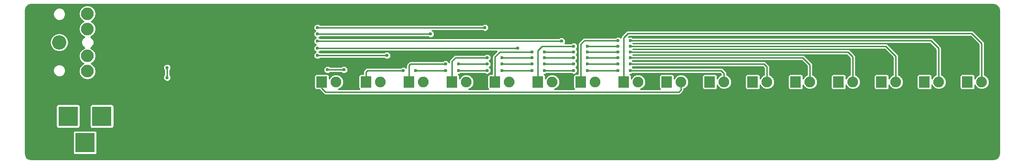
<source format=gbr>
G04 #@! TF.FileFunction,Copper,L2,Bot,Signal*
%FSLAX46Y46*%
G04 Gerber Fmt 4.6, Leading zero omitted, Abs format (unit mm)*
G04 Created by KiCad (PCBNEW 4.0.2-stable) date Sunday, September 18, 2016 'AMt' 08:39:15 AM*
%MOMM*%
G01*
G04 APERTURE LIST*
%ADD10C,0.100000*%
%ADD11R,3.500120X3.500120*%
%ADD12R,1.900000X2.000000*%
%ADD13C,1.900000*%
%ADD14O,2.540000X2.540000*%
%ADD15O,2.247900X2.247900*%
%ADD16C,0.600000*%
%ADD17C,0.250000*%
%ADD18C,0.254000*%
G04 APERTURE END LIST*
D10*
D11*
X47094140Y-118364000D03*
X41094660Y-118364000D03*
X44094400Y-123063000D03*
D12*
X86106000Y-112268000D03*
D13*
X88646000Y-112268000D03*
D12*
X147320000Y-112268000D03*
D13*
X149860000Y-112268000D03*
D12*
X93980000Y-112268000D03*
D13*
X96520000Y-112268000D03*
D12*
X154940000Y-112268000D03*
D13*
X157480000Y-112268000D03*
D12*
X101600000Y-112268000D03*
D13*
X104140000Y-112268000D03*
D12*
X162560000Y-112268000D03*
D13*
X165100000Y-112268000D03*
D12*
X109220000Y-112268000D03*
D13*
X111760000Y-112268000D03*
D12*
X170180000Y-112268000D03*
D13*
X172720000Y-112268000D03*
D12*
X116840000Y-112268000D03*
D13*
X119380000Y-112268000D03*
D12*
X177800000Y-112268000D03*
D13*
X180340000Y-112268000D03*
D12*
X124460000Y-112268000D03*
D13*
X127000000Y-112268000D03*
D12*
X185420000Y-112268000D03*
D13*
X187960000Y-112268000D03*
D12*
X132080000Y-112268000D03*
D13*
X134620000Y-112268000D03*
D12*
X193040000Y-112268000D03*
D13*
X195580000Y-112268000D03*
D12*
X139700000Y-112268000D03*
D13*
X142240000Y-112268000D03*
D12*
X200660000Y-112268000D03*
D13*
X203200000Y-112268000D03*
D14*
X39527480Y-105255060D03*
D15*
X44528740Y-102857300D03*
X44528740Y-107655360D03*
X44528740Y-110355380D03*
X44528740Y-100157280D03*
D16*
X144526000Y-101854000D03*
X136906000Y-101854000D03*
X129286000Y-101854000D03*
X121666000Y-101854000D03*
X114046000Y-101854000D03*
X106426000Y-101854000D03*
X98806000Y-101854000D03*
X90932000Y-101854000D03*
X54610000Y-122682000D03*
X55626000Y-103886000D03*
X60579000Y-103378000D03*
X69088000Y-101473000D03*
X60579000Y-114300000D03*
X77470000Y-119380000D03*
X72898000Y-118364000D03*
X100584000Y-110236000D03*
X102743000Y-110236000D03*
X108077000Y-110236000D03*
X110363000Y-110236000D03*
X115443000Y-110236000D03*
X118110000Y-110236000D03*
X123444000Y-110236000D03*
X125603000Y-110236000D03*
X130810000Y-110236000D03*
X133223000Y-110236000D03*
X138684000Y-110236000D03*
X140843000Y-110236000D03*
X108077000Y-109093000D03*
X110363000Y-109093000D03*
X115443000Y-109093000D03*
X118110000Y-109093000D03*
X123444000Y-109093000D03*
X125603000Y-109093000D03*
X130810000Y-109093000D03*
X133223000Y-109093000D03*
X138684000Y-109093000D03*
X140843000Y-109093000D03*
X115443000Y-107950000D03*
X118110000Y-107950000D03*
X123444000Y-107950000D03*
X125603000Y-107950000D03*
X130810000Y-107950000D03*
X133223000Y-107950000D03*
X138684000Y-107950000D03*
X140843000Y-107950000D03*
X123444000Y-106934000D03*
X125603000Y-106934000D03*
X130810000Y-106934000D03*
X133223000Y-106934000D03*
X138684000Y-106934000D03*
X140843000Y-106934000D03*
X130810000Y-105918000D03*
X133223000Y-105918000D03*
X138684000Y-105918000D03*
X140843000Y-105918000D03*
X138684000Y-104902000D03*
X140843000Y-104902000D03*
X90043000Y-110109000D03*
X87122000Y-110109000D03*
X85344000Y-107569000D03*
X97663000Y-107569000D03*
X85344000Y-103759000D03*
X105410000Y-103759000D03*
X85344000Y-102616000D03*
X115062000Y-102616000D03*
X85344000Y-106299000D03*
X120904000Y-106299000D03*
X85344000Y-105029000D03*
X128651000Y-105029000D03*
X58674000Y-111506000D03*
X58674000Y-109728000D03*
D17*
X149860000Y-112268000D02*
X149860000Y-113665000D01*
X86106000Y-113411000D02*
X86106000Y-112268000D01*
X86741000Y-114046000D02*
X86106000Y-113411000D01*
X149479000Y-114046000D02*
X86741000Y-114046000D01*
X149860000Y-113665000D02*
X149479000Y-114046000D01*
X157480000Y-112268000D02*
X157480000Y-110744000D01*
X93980000Y-110490000D02*
X93980000Y-112268000D01*
X94234000Y-110236000D02*
X93980000Y-110490000D01*
X100584000Y-110236000D02*
X94234000Y-110236000D01*
X108077000Y-110236000D02*
X102743000Y-110236000D01*
X115443000Y-110236000D02*
X110363000Y-110236000D01*
X123444000Y-110236000D02*
X118110000Y-110236000D01*
X130810000Y-110236000D02*
X125603000Y-110236000D01*
X138684000Y-110236000D02*
X133223000Y-110236000D01*
X156972000Y-110236000D02*
X140843000Y-110236000D01*
X157480000Y-110744000D02*
X156972000Y-110236000D01*
X165100000Y-112268000D02*
X165100000Y-109601000D01*
X101600000Y-109347000D02*
X101600000Y-112268000D01*
X101854000Y-109093000D02*
X101600000Y-109347000D01*
X102362000Y-109093000D02*
X101854000Y-109093000D01*
X108077000Y-109093000D02*
X102362000Y-109093000D01*
X115443000Y-109093000D02*
X110363000Y-109093000D01*
X123444000Y-109093000D02*
X118110000Y-109093000D01*
X130810000Y-109093000D02*
X125603000Y-109093000D01*
X138684000Y-109093000D02*
X133223000Y-109093000D01*
X164592000Y-109093000D02*
X140843000Y-109093000D01*
X165100000Y-109601000D02*
X164592000Y-109093000D01*
X172720000Y-112268000D02*
X172720000Y-109220000D01*
X109220000Y-108585000D02*
X109220000Y-112268000D01*
X109855000Y-107950000D02*
X109220000Y-108585000D01*
X115443000Y-107950000D02*
X109855000Y-107950000D01*
X123444000Y-107950000D02*
X118110000Y-107950000D01*
X130810000Y-107950000D02*
X125603000Y-107950000D01*
X138684000Y-107950000D02*
X133223000Y-107950000D01*
X171450000Y-107950000D02*
X140843000Y-107950000D01*
X172720000Y-109220000D02*
X171450000Y-107950000D01*
X180340000Y-112268000D02*
X180340000Y-107823000D01*
X116840000Y-107823000D02*
X116840000Y-112268000D01*
X117729000Y-106934000D02*
X116840000Y-107823000D01*
X123444000Y-106934000D02*
X117729000Y-106934000D01*
X130810000Y-106934000D02*
X125603000Y-106934000D01*
X138684000Y-106934000D02*
X133223000Y-106934000D01*
X179451000Y-106934000D02*
X140843000Y-106934000D01*
X180340000Y-107823000D02*
X179451000Y-106934000D01*
X187960000Y-112268000D02*
X187960000Y-107696000D01*
X124460000Y-106680000D02*
X124460000Y-112268000D01*
X125222000Y-105918000D02*
X124460000Y-106680000D01*
X130810000Y-105918000D02*
X125222000Y-105918000D01*
X138684000Y-105918000D02*
X133223000Y-105918000D01*
X186182000Y-105918000D02*
X140843000Y-105918000D01*
X187960000Y-107696000D02*
X186182000Y-105918000D01*
X195580000Y-112268000D02*
X195580000Y-106299000D01*
X132080000Y-105537000D02*
X132080000Y-112268000D01*
X132715000Y-104902000D02*
X132080000Y-105537000D01*
X133096000Y-104902000D02*
X132715000Y-104902000D01*
X138684000Y-104902000D02*
X133096000Y-104902000D01*
X194183000Y-104902000D02*
X140843000Y-104902000D01*
X195580000Y-106299000D02*
X194183000Y-104902000D01*
X203200000Y-112268000D02*
X203200000Y-105410000D01*
X139700000Y-104394000D02*
X139700000Y-112268000D01*
X140462000Y-103632000D02*
X139700000Y-104394000D01*
X201422000Y-103632000D02*
X140462000Y-103632000D01*
X203200000Y-105410000D02*
X201422000Y-103632000D01*
X87122000Y-110109000D02*
X90043000Y-110109000D01*
X85344000Y-107569000D02*
X97663000Y-107569000D01*
X85344000Y-103759000D02*
X90043000Y-103759000D01*
X90043000Y-103759000D02*
X105410000Y-103759000D01*
X113157000Y-102616000D02*
X115062000Y-102616000D01*
X85344000Y-102616000D02*
X113157000Y-102616000D01*
X85344000Y-106299000D02*
X120904000Y-106299000D01*
X85344000Y-105029000D02*
X128651000Y-105029000D01*
X58674000Y-109728000D02*
X58674000Y-111506000D01*
D18*
G36*
X205637288Y-98589550D02*
X205980873Y-98819127D01*
X206210449Y-99162712D01*
X206300000Y-99612912D01*
X206300000Y-124923088D01*
X206210449Y-125373288D01*
X205980873Y-125716873D01*
X205637288Y-125946450D01*
X205187088Y-126036000D01*
X34588912Y-126036000D01*
X34138712Y-125946449D01*
X33795127Y-125716873D01*
X33565550Y-125373288D01*
X33476000Y-124923088D01*
X33476000Y-121312940D01*
X41955876Y-121312940D01*
X41955876Y-124813060D01*
X41982443Y-124954250D01*
X42065886Y-125083925D01*
X42193206Y-125170919D01*
X42344340Y-125201524D01*
X45844460Y-125201524D01*
X45985650Y-125174957D01*
X46115325Y-125091514D01*
X46202319Y-124964194D01*
X46232924Y-124813060D01*
X46232924Y-121312940D01*
X46206357Y-121171750D01*
X46122914Y-121042075D01*
X45995594Y-120955081D01*
X45844460Y-120924476D01*
X42344340Y-120924476D01*
X42203150Y-120951043D01*
X42073475Y-121034486D01*
X41986481Y-121161806D01*
X41955876Y-121312940D01*
X33476000Y-121312940D01*
X33476000Y-116613940D01*
X38956136Y-116613940D01*
X38956136Y-120114060D01*
X38982703Y-120255250D01*
X39066146Y-120384925D01*
X39193466Y-120471919D01*
X39344600Y-120502524D01*
X42844720Y-120502524D01*
X42985910Y-120475957D01*
X43115585Y-120392514D01*
X43202579Y-120265194D01*
X43233184Y-120114060D01*
X43233184Y-116613940D01*
X44955616Y-116613940D01*
X44955616Y-120114060D01*
X44982183Y-120255250D01*
X45065626Y-120384925D01*
X45192946Y-120471919D01*
X45344080Y-120502524D01*
X48844200Y-120502524D01*
X48985390Y-120475957D01*
X49115065Y-120392514D01*
X49202059Y-120265194D01*
X49232664Y-120114060D01*
X49232664Y-116613940D01*
X49206097Y-116472750D01*
X49122654Y-116343075D01*
X48995334Y-116256081D01*
X48844200Y-116225476D01*
X45344080Y-116225476D01*
X45202890Y-116252043D01*
X45073215Y-116335486D01*
X44986221Y-116462806D01*
X44955616Y-116613940D01*
X43233184Y-116613940D01*
X43206617Y-116472750D01*
X43123174Y-116343075D01*
X42995854Y-116256081D01*
X42844720Y-116225476D01*
X39344600Y-116225476D01*
X39203410Y-116252043D01*
X39073735Y-116335486D01*
X38986741Y-116462806D01*
X38956136Y-116613940D01*
X33476000Y-116613940D01*
X33476000Y-110477624D01*
X38396984Y-110477624D01*
X38568699Y-110893207D01*
X38886380Y-111211443D01*
X39301663Y-111383883D01*
X39751324Y-111384276D01*
X40166907Y-111212561D01*
X40485143Y-110894880D01*
X40657583Y-110479597D01*
X40657976Y-110029936D01*
X40486261Y-109614353D01*
X40168580Y-109296117D01*
X39753297Y-109123677D01*
X39303636Y-109123284D01*
X38888053Y-109294999D01*
X38569817Y-109612680D01*
X38397377Y-110027963D01*
X38396984Y-110477624D01*
X33476000Y-110477624D01*
X33476000Y-105255060D01*
X37844135Y-105255060D01*
X37969810Y-105886870D01*
X38327702Y-106422493D01*
X38863325Y-106780385D01*
X39495135Y-106906060D01*
X39559825Y-106906060D01*
X40191635Y-106780385D01*
X40727258Y-106422493D01*
X41085150Y-105886870D01*
X41210825Y-105255060D01*
X41085150Y-104623250D01*
X40727258Y-104087627D01*
X40191635Y-103729735D01*
X39559825Y-103604060D01*
X39495135Y-103604060D01*
X38863325Y-103729735D01*
X38327702Y-104087627D01*
X37969810Y-104623250D01*
X37844135Y-105255060D01*
X33476000Y-105255060D01*
X33476000Y-100480184D01*
X38396984Y-100480184D01*
X38568699Y-100895767D01*
X38886380Y-101214003D01*
X39301663Y-101386443D01*
X39751324Y-101386836D01*
X40166907Y-101215121D01*
X40485143Y-100897440D01*
X40657583Y-100482157D01*
X40657866Y-100157280D01*
X42994306Y-100157280D01*
X43108863Y-100733199D01*
X43435096Y-101221440D01*
X43862900Y-101507290D01*
X43435096Y-101793140D01*
X43108863Y-102281381D01*
X42994306Y-102857300D01*
X43108863Y-103433219D01*
X43435096Y-103921460D01*
X43923337Y-104247693D01*
X43979745Y-104258913D01*
X43889313Y-104296279D01*
X43571077Y-104613960D01*
X43398637Y-105029243D01*
X43398244Y-105478904D01*
X43569959Y-105894487D01*
X43887640Y-106212723D01*
X43984269Y-106252847D01*
X43923337Y-106264967D01*
X43435096Y-106591200D01*
X43108863Y-107079441D01*
X42994306Y-107655360D01*
X43108863Y-108231279D01*
X43435096Y-108719520D01*
X43862900Y-109005370D01*
X43435096Y-109291220D01*
X43108863Y-109779461D01*
X42994306Y-110355380D01*
X43108863Y-110931299D01*
X43435096Y-111419540D01*
X43923337Y-111745773D01*
X44499256Y-111860330D01*
X44558224Y-111860330D01*
X45134143Y-111745773D01*
X45622384Y-111419540D01*
X45948617Y-110931299D01*
X46063174Y-110355380D01*
X45965208Y-109862865D01*
X57992882Y-109862865D01*
X58096339Y-110113252D01*
X58168000Y-110185038D01*
X58168000Y-111048877D01*
X58097013Y-111119741D01*
X57993118Y-111369946D01*
X57992882Y-111640865D01*
X58096339Y-111891252D01*
X58287741Y-112082987D01*
X58537946Y-112186882D01*
X58808865Y-112187118D01*
X59059252Y-112083661D01*
X59250987Y-111892259D01*
X59354882Y-111642054D01*
X59355118Y-111371135D01*
X59251661Y-111120748D01*
X59180000Y-111048962D01*
X59180000Y-110243865D01*
X86440882Y-110243865D01*
X86544339Y-110494252D01*
X86735741Y-110685987D01*
X86985946Y-110789882D01*
X87256865Y-110790118D01*
X87507252Y-110686661D01*
X87579038Y-110615000D01*
X89585877Y-110615000D01*
X89656741Y-110685987D01*
X89906946Y-110789882D01*
X90177865Y-110790118D01*
X90428252Y-110686661D01*
X90619987Y-110495259D01*
X90723882Y-110245054D01*
X90724118Y-109974135D01*
X90620661Y-109723748D01*
X90429259Y-109532013D01*
X90179054Y-109428118D01*
X89908135Y-109427882D01*
X89657748Y-109531339D01*
X89585962Y-109603000D01*
X87579123Y-109603000D01*
X87508259Y-109532013D01*
X87258054Y-109428118D01*
X86987135Y-109427882D01*
X86736748Y-109531339D01*
X86545013Y-109722741D01*
X86441118Y-109972946D01*
X86440882Y-110243865D01*
X59180000Y-110243865D01*
X59180000Y-110185123D01*
X59250987Y-110114259D01*
X59354882Y-109864054D01*
X59355118Y-109593135D01*
X59251661Y-109342748D01*
X59060259Y-109151013D01*
X58810054Y-109047118D01*
X58539135Y-109046882D01*
X58288748Y-109150339D01*
X58097013Y-109341741D01*
X57993118Y-109591946D01*
X57992882Y-109862865D01*
X45965208Y-109862865D01*
X45948617Y-109779461D01*
X45622384Y-109291220D01*
X45194580Y-109005370D01*
X45622384Y-108719520D01*
X45948617Y-108231279D01*
X46063174Y-107655360D01*
X45948617Y-107079441D01*
X45622384Y-106591200D01*
X45134143Y-106264967D01*
X45073585Y-106252921D01*
X45168167Y-106213841D01*
X45486403Y-105896160D01*
X45658843Y-105480877D01*
X45659236Y-105031216D01*
X45487521Y-104615633D01*
X45169840Y-104297397D01*
X45077347Y-104258990D01*
X45134143Y-104247693D01*
X45622384Y-103921460D01*
X45948617Y-103433219D01*
X46063174Y-102857300D01*
X46042003Y-102750865D01*
X84662882Y-102750865D01*
X84766339Y-103001252D01*
X84952420Y-103187656D01*
X84767013Y-103372741D01*
X84663118Y-103622946D01*
X84662882Y-103893865D01*
X84766339Y-104144252D01*
X84957741Y-104335987D01*
X85097485Y-104394014D01*
X84958748Y-104451339D01*
X84767013Y-104642741D01*
X84663118Y-104892946D01*
X84662882Y-105163865D01*
X84766339Y-105414252D01*
X84957741Y-105605987D01*
X85097485Y-105664014D01*
X84958748Y-105721339D01*
X84767013Y-105912741D01*
X84663118Y-106162946D01*
X84662882Y-106433865D01*
X84766339Y-106684252D01*
X84957741Y-106875987D01*
X85097485Y-106934014D01*
X84958748Y-106991339D01*
X84767013Y-107182741D01*
X84663118Y-107432946D01*
X84662882Y-107703865D01*
X84766339Y-107954252D01*
X84957741Y-108145987D01*
X85207946Y-108249882D01*
X85478865Y-108250118D01*
X85729252Y-108146661D01*
X85801038Y-108075000D01*
X97205877Y-108075000D01*
X97276741Y-108145987D01*
X97526946Y-108249882D01*
X97797865Y-108250118D01*
X98048252Y-108146661D01*
X98239987Y-107955259D01*
X98343882Y-107705054D01*
X98344118Y-107434135D01*
X98240661Y-107183748D01*
X98049259Y-106992013D01*
X97799054Y-106888118D01*
X97528135Y-106887882D01*
X97277748Y-106991339D01*
X97205962Y-107063000D01*
X85801123Y-107063000D01*
X85730259Y-106992013D01*
X85590515Y-106933986D01*
X85729252Y-106876661D01*
X85801038Y-106805000D01*
X117142408Y-106805000D01*
X116482204Y-107465204D01*
X116372517Y-107629362D01*
X116334000Y-107823000D01*
X116334000Y-110879536D01*
X115890000Y-110879536D01*
X115748810Y-110906103D01*
X115619135Y-110989546D01*
X115532141Y-111116866D01*
X115501536Y-111268000D01*
X115501536Y-113268000D01*
X115528103Y-113409190D01*
X115611546Y-113538865D01*
X115613207Y-113540000D01*
X112166941Y-113540000D01*
X112512966Y-113397025D01*
X112887709Y-113022935D01*
X113090769Y-112533914D01*
X113091231Y-112004409D01*
X112889025Y-111515034D01*
X112514935Y-111140291D01*
X112025914Y-110937231D01*
X111496409Y-110936769D01*
X111007034Y-111138975D01*
X110632291Y-111513065D01*
X110558464Y-111690860D01*
X110558464Y-111268000D01*
X110531897Y-111126810D01*
X110448454Y-110997135D01*
X110331133Y-110916973D01*
X110497865Y-110917118D01*
X110748252Y-110813661D01*
X110820038Y-110742000D01*
X114985877Y-110742000D01*
X115056741Y-110812987D01*
X115306946Y-110916882D01*
X115577865Y-110917118D01*
X115828252Y-110813661D01*
X116019987Y-110622259D01*
X116123882Y-110372054D01*
X116124118Y-110101135D01*
X116020661Y-109850748D01*
X115834580Y-109664344D01*
X116019987Y-109479259D01*
X116123882Y-109229054D01*
X116124118Y-108958135D01*
X116020661Y-108707748D01*
X115834580Y-108521344D01*
X116019987Y-108336259D01*
X116123882Y-108086054D01*
X116124118Y-107815135D01*
X116020661Y-107564748D01*
X115829259Y-107373013D01*
X115579054Y-107269118D01*
X115308135Y-107268882D01*
X115057748Y-107372339D01*
X114985962Y-107444000D01*
X109855000Y-107444000D01*
X109661362Y-107482517D01*
X109539802Y-107563741D01*
X109497204Y-107592204D01*
X108862204Y-108227204D01*
X108752517Y-108391362D01*
X108714000Y-108585000D01*
X108714000Y-108851360D01*
X108654661Y-108707748D01*
X108463259Y-108516013D01*
X108213054Y-108412118D01*
X107942135Y-108411882D01*
X107691748Y-108515339D01*
X107619962Y-108587000D01*
X101854000Y-108587000D01*
X101660362Y-108625517D01*
X101496204Y-108735204D01*
X101242204Y-108989204D01*
X101132517Y-109153362D01*
X101094000Y-109347000D01*
X101094000Y-109782969D01*
X100970259Y-109659013D01*
X100720054Y-109555118D01*
X100449135Y-109554882D01*
X100198748Y-109658339D01*
X100126962Y-109730000D01*
X94234000Y-109730000D01*
X94040362Y-109768517D01*
X93876204Y-109878204D01*
X93622204Y-110132204D01*
X93512517Y-110296362D01*
X93474000Y-110490000D01*
X93474000Y-110879536D01*
X93030000Y-110879536D01*
X92888810Y-110906103D01*
X92759135Y-110989546D01*
X92672141Y-111116866D01*
X92641536Y-111268000D01*
X92641536Y-113268000D01*
X92668103Y-113409190D01*
X92751546Y-113538865D01*
X92753207Y-113540000D01*
X89052941Y-113540000D01*
X89398966Y-113397025D01*
X89773709Y-113022935D01*
X89976769Y-112533914D01*
X89977231Y-112004409D01*
X89775025Y-111515034D01*
X89400935Y-111140291D01*
X88911914Y-110937231D01*
X88382409Y-110936769D01*
X87893034Y-111138975D01*
X87518291Y-111513065D01*
X87444464Y-111690860D01*
X87444464Y-111268000D01*
X87417897Y-111126810D01*
X87334454Y-110997135D01*
X87207134Y-110910141D01*
X87056000Y-110879536D01*
X85156000Y-110879536D01*
X85014810Y-110906103D01*
X84885135Y-110989546D01*
X84798141Y-111116866D01*
X84767536Y-111268000D01*
X84767536Y-113268000D01*
X84794103Y-113409190D01*
X84877546Y-113538865D01*
X85004866Y-113625859D01*
X85156000Y-113656464D01*
X85673146Y-113656464D01*
X85748204Y-113768796D01*
X86383204Y-114403796D01*
X86547362Y-114513483D01*
X86741000Y-114552000D01*
X149479000Y-114552000D01*
X149672638Y-114513483D01*
X149836796Y-114403796D01*
X150217796Y-114022796D01*
X150327483Y-113858638D01*
X150366000Y-113665000D01*
X150366000Y-113499069D01*
X150612966Y-113397025D01*
X150987709Y-113022935D01*
X151190769Y-112533914D01*
X151191231Y-112004409D01*
X150989025Y-111515034D01*
X150614935Y-111140291D01*
X150125914Y-110937231D01*
X149596409Y-110936769D01*
X149107034Y-111138975D01*
X148732291Y-111513065D01*
X148658464Y-111690860D01*
X148658464Y-111268000D01*
X148631897Y-111126810D01*
X148548454Y-110997135D01*
X148421134Y-110910141D01*
X148270000Y-110879536D01*
X146370000Y-110879536D01*
X146228810Y-110906103D01*
X146099135Y-110989546D01*
X146012141Y-111116866D01*
X145981536Y-111268000D01*
X145981536Y-113268000D01*
X146008103Y-113409190D01*
X146091546Y-113538865D01*
X146093207Y-113540000D01*
X142646941Y-113540000D01*
X142992966Y-113397025D01*
X143367709Y-113022935D01*
X143570769Y-112533914D01*
X143571231Y-112004409D01*
X143369025Y-111515034D01*
X142994935Y-111140291D01*
X142505914Y-110937231D01*
X141976409Y-110936769D01*
X141487034Y-111138975D01*
X141112291Y-111513065D01*
X141038464Y-111690860D01*
X141038464Y-111268000D01*
X141011897Y-111126810D01*
X140928454Y-110997135D01*
X140811133Y-110916973D01*
X140977865Y-110917118D01*
X141228252Y-110813661D01*
X141300038Y-110742000D01*
X156762408Y-110742000D01*
X156974000Y-110953592D01*
X156974000Y-111036931D01*
X156727034Y-111138975D01*
X156352291Y-111513065D01*
X156278464Y-111690860D01*
X156278464Y-111268000D01*
X156251897Y-111126810D01*
X156168454Y-110997135D01*
X156041134Y-110910141D01*
X155890000Y-110879536D01*
X153990000Y-110879536D01*
X153848810Y-110906103D01*
X153719135Y-110989546D01*
X153632141Y-111116866D01*
X153601536Y-111268000D01*
X153601536Y-113268000D01*
X153628103Y-113409190D01*
X153711546Y-113538865D01*
X153838866Y-113625859D01*
X153990000Y-113656464D01*
X155890000Y-113656464D01*
X156031190Y-113629897D01*
X156160865Y-113546454D01*
X156247859Y-113419134D01*
X156278464Y-113268000D01*
X156278464Y-112845476D01*
X156350975Y-113020966D01*
X156725065Y-113395709D01*
X157214086Y-113598769D01*
X157743591Y-113599231D01*
X158232966Y-113397025D01*
X158607709Y-113022935D01*
X158810769Y-112533914D01*
X158811231Y-112004409D01*
X158609025Y-111515034D01*
X158234935Y-111140291D01*
X157986000Y-111036924D01*
X157986000Y-110744000D01*
X157947483Y-110550362D01*
X157837796Y-110386204D01*
X157329796Y-109878204D01*
X157165638Y-109768517D01*
X156972000Y-109730000D01*
X141300123Y-109730000D01*
X141234580Y-109664344D01*
X141300038Y-109599000D01*
X164382408Y-109599000D01*
X164594000Y-109810592D01*
X164594000Y-111036931D01*
X164347034Y-111138975D01*
X163972291Y-111513065D01*
X163898464Y-111690860D01*
X163898464Y-111268000D01*
X163871897Y-111126810D01*
X163788454Y-110997135D01*
X163661134Y-110910141D01*
X163510000Y-110879536D01*
X161610000Y-110879536D01*
X161468810Y-110906103D01*
X161339135Y-110989546D01*
X161252141Y-111116866D01*
X161221536Y-111268000D01*
X161221536Y-113268000D01*
X161248103Y-113409190D01*
X161331546Y-113538865D01*
X161458866Y-113625859D01*
X161610000Y-113656464D01*
X163510000Y-113656464D01*
X163651190Y-113629897D01*
X163780865Y-113546454D01*
X163867859Y-113419134D01*
X163898464Y-113268000D01*
X163898464Y-112845476D01*
X163970975Y-113020966D01*
X164345065Y-113395709D01*
X164834086Y-113598769D01*
X165363591Y-113599231D01*
X165852966Y-113397025D01*
X166227709Y-113022935D01*
X166430769Y-112533914D01*
X166431231Y-112004409D01*
X166229025Y-111515034D01*
X165854935Y-111140291D01*
X165606000Y-111036924D01*
X165606000Y-109601000D01*
X165567483Y-109407362D01*
X165457796Y-109243204D01*
X164949796Y-108735204D01*
X164785638Y-108625517D01*
X164592000Y-108587000D01*
X141300123Y-108587000D01*
X141234580Y-108521344D01*
X141300038Y-108456000D01*
X171240408Y-108456000D01*
X172214000Y-109429592D01*
X172214000Y-111036931D01*
X171967034Y-111138975D01*
X171592291Y-111513065D01*
X171518464Y-111690860D01*
X171518464Y-111268000D01*
X171491897Y-111126810D01*
X171408454Y-110997135D01*
X171281134Y-110910141D01*
X171130000Y-110879536D01*
X169230000Y-110879536D01*
X169088810Y-110906103D01*
X168959135Y-110989546D01*
X168872141Y-111116866D01*
X168841536Y-111268000D01*
X168841536Y-113268000D01*
X168868103Y-113409190D01*
X168951546Y-113538865D01*
X169078866Y-113625859D01*
X169230000Y-113656464D01*
X171130000Y-113656464D01*
X171271190Y-113629897D01*
X171400865Y-113546454D01*
X171487859Y-113419134D01*
X171518464Y-113268000D01*
X171518464Y-112845476D01*
X171590975Y-113020966D01*
X171965065Y-113395709D01*
X172454086Y-113598769D01*
X172983591Y-113599231D01*
X173472966Y-113397025D01*
X173847709Y-113022935D01*
X174050769Y-112533914D01*
X174051231Y-112004409D01*
X173849025Y-111515034D01*
X173474935Y-111140291D01*
X173226000Y-111036924D01*
X173226000Y-109220000D01*
X173187483Y-109026362D01*
X173077796Y-108862204D01*
X171807796Y-107592204D01*
X171643638Y-107482517D01*
X171450000Y-107444000D01*
X141300123Y-107444000D01*
X141298080Y-107441954D01*
X141300038Y-107440000D01*
X179241408Y-107440000D01*
X179834000Y-108032592D01*
X179834000Y-111036931D01*
X179587034Y-111138975D01*
X179212291Y-111513065D01*
X179138464Y-111690860D01*
X179138464Y-111268000D01*
X179111897Y-111126810D01*
X179028454Y-110997135D01*
X178901134Y-110910141D01*
X178750000Y-110879536D01*
X176850000Y-110879536D01*
X176708810Y-110906103D01*
X176579135Y-110989546D01*
X176492141Y-111116866D01*
X176461536Y-111268000D01*
X176461536Y-113268000D01*
X176488103Y-113409190D01*
X176571546Y-113538865D01*
X176698866Y-113625859D01*
X176850000Y-113656464D01*
X178750000Y-113656464D01*
X178891190Y-113629897D01*
X179020865Y-113546454D01*
X179107859Y-113419134D01*
X179138464Y-113268000D01*
X179138464Y-112845476D01*
X179210975Y-113020966D01*
X179585065Y-113395709D01*
X180074086Y-113598769D01*
X180603591Y-113599231D01*
X181092966Y-113397025D01*
X181467709Y-113022935D01*
X181670769Y-112533914D01*
X181671231Y-112004409D01*
X181469025Y-111515034D01*
X181094935Y-111140291D01*
X180846000Y-111036924D01*
X180846000Y-107823000D01*
X180807483Y-107629362D01*
X180697796Y-107465204D01*
X179808796Y-106576204D01*
X179644638Y-106466517D01*
X179451000Y-106428000D01*
X141300123Y-106428000D01*
X141298080Y-106425954D01*
X141300038Y-106424000D01*
X185972408Y-106424000D01*
X187454000Y-107905592D01*
X187454000Y-111036931D01*
X187207034Y-111138975D01*
X186832291Y-111513065D01*
X186758464Y-111690860D01*
X186758464Y-111268000D01*
X186731897Y-111126810D01*
X186648454Y-110997135D01*
X186521134Y-110910141D01*
X186370000Y-110879536D01*
X184470000Y-110879536D01*
X184328810Y-110906103D01*
X184199135Y-110989546D01*
X184112141Y-111116866D01*
X184081536Y-111268000D01*
X184081536Y-113268000D01*
X184108103Y-113409190D01*
X184191546Y-113538865D01*
X184318866Y-113625859D01*
X184470000Y-113656464D01*
X186370000Y-113656464D01*
X186511190Y-113629897D01*
X186640865Y-113546454D01*
X186727859Y-113419134D01*
X186758464Y-113268000D01*
X186758464Y-112845476D01*
X186830975Y-113020966D01*
X187205065Y-113395709D01*
X187694086Y-113598769D01*
X188223591Y-113599231D01*
X188712966Y-113397025D01*
X189087709Y-113022935D01*
X189290769Y-112533914D01*
X189291231Y-112004409D01*
X189089025Y-111515034D01*
X188714935Y-111140291D01*
X188466000Y-111036924D01*
X188466000Y-107696000D01*
X188427483Y-107502362D01*
X188317796Y-107338204D01*
X186539796Y-105560204D01*
X186375638Y-105450517D01*
X186182000Y-105412000D01*
X141300123Y-105412000D01*
X141298080Y-105409954D01*
X141300038Y-105408000D01*
X193973408Y-105408000D01*
X195074000Y-106508592D01*
X195074000Y-111036931D01*
X194827034Y-111138975D01*
X194452291Y-111513065D01*
X194378464Y-111690860D01*
X194378464Y-111268000D01*
X194351897Y-111126810D01*
X194268454Y-110997135D01*
X194141134Y-110910141D01*
X193990000Y-110879536D01*
X192090000Y-110879536D01*
X191948810Y-110906103D01*
X191819135Y-110989546D01*
X191732141Y-111116866D01*
X191701536Y-111268000D01*
X191701536Y-113268000D01*
X191728103Y-113409190D01*
X191811546Y-113538865D01*
X191938866Y-113625859D01*
X192090000Y-113656464D01*
X193990000Y-113656464D01*
X194131190Y-113629897D01*
X194260865Y-113546454D01*
X194347859Y-113419134D01*
X194378464Y-113268000D01*
X194378464Y-112845476D01*
X194450975Y-113020966D01*
X194825065Y-113395709D01*
X195314086Y-113598769D01*
X195843591Y-113599231D01*
X196332966Y-113397025D01*
X196707709Y-113022935D01*
X196910769Y-112533914D01*
X196911231Y-112004409D01*
X196709025Y-111515034D01*
X196334935Y-111140291D01*
X196086000Y-111036924D01*
X196086000Y-106299000D01*
X196047483Y-106105362D01*
X195937796Y-105941204D01*
X194540796Y-104544204D01*
X194376638Y-104434517D01*
X194183000Y-104396000D01*
X141300123Y-104396000D01*
X141229259Y-104325013D01*
X140979054Y-104221118D01*
X140708135Y-104220882D01*
X140504620Y-104304972D01*
X140671592Y-104138000D01*
X201212408Y-104138000D01*
X202694000Y-105619592D01*
X202694000Y-111036931D01*
X202447034Y-111138975D01*
X202072291Y-111513065D01*
X201998464Y-111690860D01*
X201998464Y-111268000D01*
X201971897Y-111126810D01*
X201888454Y-110997135D01*
X201761134Y-110910141D01*
X201610000Y-110879536D01*
X199710000Y-110879536D01*
X199568810Y-110906103D01*
X199439135Y-110989546D01*
X199352141Y-111116866D01*
X199321536Y-111268000D01*
X199321536Y-113268000D01*
X199348103Y-113409190D01*
X199431546Y-113538865D01*
X199558866Y-113625859D01*
X199710000Y-113656464D01*
X201610000Y-113656464D01*
X201751190Y-113629897D01*
X201880865Y-113546454D01*
X201967859Y-113419134D01*
X201998464Y-113268000D01*
X201998464Y-112845476D01*
X202070975Y-113020966D01*
X202445065Y-113395709D01*
X202934086Y-113598769D01*
X203463591Y-113599231D01*
X203952966Y-113397025D01*
X204327709Y-113022935D01*
X204530769Y-112533914D01*
X204531231Y-112004409D01*
X204329025Y-111515034D01*
X203954935Y-111140291D01*
X203706000Y-111036924D01*
X203706000Y-105410000D01*
X203667483Y-105216362D01*
X203557796Y-105052204D01*
X201779796Y-103274204D01*
X201615638Y-103164517D01*
X201422000Y-103126000D01*
X140462000Y-103126000D01*
X140268362Y-103164517D01*
X140135938Y-103253000D01*
X140104204Y-103274204D01*
X139342204Y-104036204D01*
X139232517Y-104200362D01*
X139194000Y-104394000D01*
X139194000Y-104448969D01*
X139070259Y-104325013D01*
X138820054Y-104221118D01*
X138549135Y-104220882D01*
X138298748Y-104324339D01*
X138226962Y-104396000D01*
X132715000Y-104396000D01*
X132521362Y-104434517D01*
X132399802Y-104515741D01*
X132357204Y-104544204D01*
X131722204Y-105179204D01*
X131612517Y-105343362D01*
X131574000Y-105537000D01*
X131574000Y-110879536D01*
X131130000Y-110879536D01*
X130988810Y-110906103D01*
X130859135Y-110989546D01*
X130772141Y-111116866D01*
X130741536Y-111268000D01*
X130741536Y-113268000D01*
X130768103Y-113409190D01*
X130851546Y-113538865D01*
X130853207Y-113540000D01*
X127406941Y-113540000D01*
X127752966Y-113397025D01*
X128127709Y-113022935D01*
X128330769Y-112533914D01*
X128331231Y-112004409D01*
X128129025Y-111515034D01*
X127754935Y-111140291D01*
X127265914Y-110937231D01*
X126736409Y-110936769D01*
X126247034Y-111138975D01*
X125872291Y-111513065D01*
X125798464Y-111690860D01*
X125798464Y-111268000D01*
X125771897Y-111126810D01*
X125688454Y-110997135D01*
X125571133Y-110916973D01*
X125737865Y-110917118D01*
X125988252Y-110813661D01*
X126060038Y-110742000D01*
X130352877Y-110742000D01*
X130423741Y-110812987D01*
X130673946Y-110916882D01*
X130944865Y-110917118D01*
X131195252Y-110813661D01*
X131386987Y-110622259D01*
X131490882Y-110372054D01*
X131491118Y-110101135D01*
X131387661Y-109850748D01*
X131201580Y-109664344D01*
X131386987Y-109479259D01*
X131490882Y-109229054D01*
X131491118Y-108958135D01*
X131387661Y-108707748D01*
X131201580Y-108521344D01*
X131386987Y-108336259D01*
X131490882Y-108086054D01*
X131491118Y-107815135D01*
X131387661Y-107564748D01*
X131265080Y-107441954D01*
X131386987Y-107320259D01*
X131490882Y-107070054D01*
X131491118Y-106799135D01*
X131387661Y-106548748D01*
X131265080Y-106425954D01*
X131386987Y-106304259D01*
X131490882Y-106054054D01*
X131491118Y-105783135D01*
X131387661Y-105532748D01*
X131196259Y-105341013D01*
X130946054Y-105237118D01*
X130675135Y-105236882D01*
X130424748Y-105340339D01*
X130352962Y-105412000D01*
X129229340Y-105412000D01*
X129331882Y-105165054D01*
X129332118Y-104894135D01*
X129228661Y-104643748D01*
X129037259Y-104452013D01*
X128787054Y-104348118D01*
X128516135Y-104347882D01*
X128265748Y-104451339D01*
X128193962Y-104523000D01*
X85801123Y-104523000D01*
X85730259Y-104452013D01*
X85590515Y-104393986D01*
X85729252Y-104336661D01*
X85801038Y-104265000D01*
X104952877Y-104265000D01*
X105023741Y-104335987D01*
X105273946Y-104439882D01*
X105544865Y-104440118D01*
X105795252Y-104336661D01*
X105986987Y-104145259D01*
X106090882Y-103895054D01*
X106091118Y-103624135D01*
X105987661Y-103373748D01*
X105796259Y-103182013D01*
X105651733Y-103122000D01*
X114604877Y-103122000D01*
X114675741Y-103192987D01*
X114925946Y-103296882D01*
X115196865Y-103297118D01*
X115447252Y-103193661D01*
X115638987Y-103002259D01*
X115742882Y-102752054D01*
X115743118Y-102481135D01*
X115639661Y-102230748D01*
X115448259Y-102039013D01*
X115198054Y-101935118D01*
X114927135Y-101934882D01*
X114676748Y-102038339D01*
X114604962Y-102110000D01*
X85801123Y-102110000D01*
X85730259Y-102039013D01*
X85480054Y-101935118D01*
X85209135Y-101934882D01*
X84958748Y-102038339D01*
X84767013Y-102229741D01*
X84663118Y-102479946D01*
X84662882Y-102750865D01*
X46042003Y-102750865D01*
X45948617Y-102281381D01*
X45622384Y-101793140D01*
X45194580Y-101507290D01*
X45622384Y-101221440D01*
X45948617Y-100733199D01*
X46063174Y-100157280D01*
X45948617Y-99581361D01*
X45622384Y-99093120D01*
X45134143Y-98766887D01*
X44558224Y-98652330D01*
X44499256Y-98652330D01*
X43923337Y-98766887D01*
X43435096Y-99093120D01*
X43108863Y-99581361D01*
X42994306Y-100157280D01*
X40657866Y-100157280D01*
X40657976Y-100032496D01*
X40486261Y-99616913D01*
X40168580Y-99298677D01*
X39753297Y-99126237D01*
X39303636Y-99125844D01*
X38888053Y-99297559D01*
X38569817Y-99615240D01*
X38397377Y-100030523D01*
X38396984Y-100480184D01*
X33476000Y-100480184D01*
X33476000Y-99612912D01*
X33565550Y-99162712D01*
X33795127Y-98819127D01*
X34138712Y-98589551D01*
X34588912Y-98500000D01*
X205187088Y-98500000D01*
X205637288Y-98589550D01*
X205637288Y-98589550D01*
G37*
X205637288Y-98589550D02*
X205980873Y-98819127D01*
X206210449Y-99162712D01*
X206300000Y-99612912D01*
X206300000Y-124923088D01*
X206210449Y-125373288D01*
X205980873Y-125716873D01*
X205637288Y-125946450D01*
X205187088Y-126036000D01*
X34588912Y-126036000D01*
X34138712Y-125946449D01*
X33795127Y-125716873D01*
X33565550Y-125373288D01*
X33476000Y-124923088D01*
X33476000Y-121312940D01*
X41955876Y-121312940D01*
X41955876Y-124813060D01*
X41982443Y-124954250D01*
X42065886Y-125083925D01*
X42193206Y-125170919D01*
X42344340Y-125201524D01*
X45844460Y-125201524D01*
X45985650Y-125174957D01*
X46115325Y-125091514D01*
X46202319Y-124964194D01*
X46232924Y-124813060D01*
X46232924Y-121312940D01*
X46206357Y-121171750D01*
X46122914Y-121042075D01*
X45995594Y-120955081D01*
X45844460Y-120924476D01*
X42344340Y-120924476D01*
X42203150Y-120951043D01*
X42073475Y-121034486D01*
X41986481Y-121161806D01*
X41955876Y-121312940D01*
X33476000Y-121312940D01*
X33476000Y-116613940D01*
X38956136Y-116613940D01*
X38956136Y-120114060D01*
X38982703Y-120255250D01*
X39066146Y-120384925D01*
X39193466Y-120471919D01*
X39344600Y-120502524D01*
X42844720Y-120502524D01*
X42985910Y-120475957D01*
X43115585Y-120392514D01*
X43202579Y-120265194D01*
X43233184Y-120114060D01*
X43233184Y-116613940D01*
X44955616Y-116613940D01*
X44955616Y-120114060D01*
X44982183Y-120255250D01*
X45065626Y-120384925D01*
X45192946Y-120471919D01*
X45344080Y-120502524D01*
X48844200Y-120502524D01*
X48985390Y-120475957D01*
X49115065Y-120392514D01*
X49202059Y-120265194D01*
X49232664Y-120114060D01*
X49232664Y-116613940D01*
X49206097Y-116472750D01*
X49122654Y-116343075D01*
X48995334Y-116256081D01*
X48844200Y-116225476D01*
X45344080Y-116225476D01*
X45202890Y-116252043D01*
X45073215Y-116335486D01*
X44986221Y-116462806D01*
X44955616Y-116613940D01*
X43233184Y-116613940D01*
X43206617Y-116472750D01*
X43123174Y-116343075D01*
X42995854Y-116256081D01*
X42844720Y-116225476D01*
X39344600Y-116225476D01*
X39203410Y-116252043D01*
X39073735Y-116335486D01*
X38986741Y-116462806D01*
X38956136Y-116613940D01*
X33476000Y-116613940D01*
X33476000Y-110477624D01*
X38396984Y-110477624D01*
X38568699Y-110893207D01*
X38886380Y-111211443D01*
X39301663Y-111383883D01*
X39751324Y-111384276D01*
X40166907Y-111212561D01*
X40485143Y-110894880D01*
X40657583Y-110479597D01*
X40657976Y-110029936D01*
X40486261Y-109614353D01*
X40168580Y-109296117D01*
X39753297Y-109123677D01*
X39303636Y-109123284D01*
X38888053Y-109294999D01*
X38569817Y-109612680D01*
X38397377Y-110027963D01*
X38396984Y-110477624D01*
X33476000Y-110477624D01*
X33476000Y-105255060D01*
X37844135Y-105255060D01*
X37969810Y-105886870D01*
X38327702Y-106422493D01*
X38863325Y-106780385D01*
X39495135Y-106906060D01*
X39559825Y-106906060D01*
X40191635Y-106780385D01*
X40727258Y-106422493D01*
X41085150Y-105886870D01*
X41210825Y-105255060D01*
X41085150Y-104623250D01*
X40727258Y-104087627D01*
X40191635Y-103729735D01*
X39559825Y-103604060D01*
X39495135Y-103604060D01*
X38863325Y-103729735D01*
X38327702Y-104087627D01*
X37969810Y-104623250D01*
X37844135Y-105255060D01*
X33476000Y-105255060D01*
X33476000Y-100480184D01*
X38396984Y-100480184D01*
X38568699Y-100895767D01*
X38886380Y-101214003D01*
X39301663Y-101386443D01*
X39751324Y-101386836D01*
X40166907Y-101215121D01*
X40485143Y-100897440D01*
X40657583Y-100482157D01*
X40657866Y-100157280D01*
X42994306Y-100157280D01*
X43108863Y-100733199D01*
X43435096Y-101221440D01*
X43862900Y-101507290D01*
X43435096Y-101793140D01*
X43108863Y-102281381D01*
X42994306Y-102857300D01*
X43108863Y-103433219D01*
X43435096Y-103921460D01*
X43923337Y-104247693D01*
X43979745Y-104258913D01*
X43889313Y-104296279D01*
X43571077Y-104613960D01*
X43398637Y-105029243D01*
X43398244Y-105478904D01*
X43569959Y-105894487D01*
X43887640Y-106212723D01*
X43984269Y-106252847D01*
X43923337Y-106264967D01*
X43435096Y-106591200D01*
X43108863Y-107079441D01*
X42994306Y-107655360D01*
X43108863Y-108231279D01*
X43435096Y-108719520D01*
X43862900Y-109005370D01*
X43435096Y-109291220D01*
X43108863Y-109779461D01*
X42994306Y-110355380D01*
X43108863Y-110931299D01*
X43435096Y-111419540D01*
X43923337Y-111745773D01*
X44499256Y-111860330D01*
X44558224Y-111860330D01*
X45134143Y-111745773D01*
X45622384Y-111419540D01*
X45948617Y-110931299D01*
X46063174Y-110355380D01*
X45965208Y-109862865D01*
X57992882Y-109862865D01*
X58096339Y-110113252D01*
X58168000Y-110185038D01*
X58168000Y-111048877D01*
X58097013Y-111119741D01*
X57993118Y-111369946D01*
X57992882Y-111640865D01*
X58096339Y-111891252D01*
X58287741Y-112082987D01*
X58537946Y-112186882D01*
X58808865Y-112187118D01*
X59059252Y-112083661D01*
X59250987Y-111892259D01*
X59354882Y-111642054D01*
X59355118Y-111371135D01*
X59251661Y-111120748D01*
X59180000Y-111048962D01*
X59180000Y-110243865D01*
X86440882Y-110243865D01*
X86544339Y-110494252D01*
X86735741Y-110685987D01*
X86985946Y-110789882D01*
X87256865Y-110790118D01*
X87507252Y-110686661D01*
X87579038Y-110615000D01*
X89585877Y-110615000D01*
X89656741Y-110685987D01*
X89906946Y-110789882D01*
X90177865Y-110790118D01*
X90428252Y-110686661D01*
X90619987Y-110495259D01*
X90723882Y-110245054D01*
X90724118Y-109974135D01*
X90620661Y-109723748D01*
X90429259Y-109532013D01*
X90179054Y-109428118D01*
X89908135Y-109427882D01*
X89657748Y-109531339D01*
X89585962Y-109603000D01*
X87579123Y-109603000D01*
X87508259Y-109532013D01*
X87258054Y-109428118D01*
X86987135Y-109427882D01*
X86736748Y-109531339D01*
X86545013Y-109722741D01*
X86441118Y-109972946D01*
X86440882Y-110243865D01*
X59180000Y-110243865D01*
X59180000Y-110185123D01*
X59250987Y-110114259D01*
X59354882Y-109864054D01*
X59355118Y-109593135D01*
X59251661Y-109342748D01*
X59060259Y-109151013D01*
X58810054Y-109047118D01*
X58539135Y-109046882D01*
X58288748Y-109150339D01*
X58097013Y-109341741D01*
X57993118Y-109591946D01*
X57992882Y-109862865D01*
X45965208Y-109862865D01*
X45948617Y-109779461D01*
X45622384Y-109291220D01*
X45194580Y-109005370D01*
X45622384Y-108719520D01*
X45948617Y-108231279D01*
X46063174Y-107655360D01*
X45948617Y-107079441D01*
X45622384Y-106591200D01*
X45134143Y-106264967D01*
X45073585Y-106252921D01*
X45168167Y-106213841D01*
X45486403Y-105896160D01*
X45658843Y-105480877D01*
X45659236Y-105031216D01*
X45487521Y-104615633D01*
X45169840Y-104297397D01*
X45077347Y-104258990D01*
X45134143Y-104247693D01*
X45622384Y-103921460D01*
X45948617Y-103433219D01*
X46063174Y-102857300D01*
X46042003Y-102750865D01*
X84662882Y-102750865D01*
X84766339Y-103001252D01*
X84952420Y-103187656D01*
X84767013Y-103372741D01*
X84663118Y-103622946D01*
X84662882Y-103893865D01*
X84766339Y-104144252D01*
X84957741Y-104335987D01*
X85097485Y-104394014D01*
X84958748Y-104451339D01*
X84767013Y-104642741D01*
X84663118Y-104892946D01*
X84662882Y-105163865D01*
X84766339Y-105414252D01*
X84957741Y-105605987D01*
X85097485Y-105664014D01*
X84958748Y-105721339D01*
X84767013Y-105912741D01*
X84663118Y-106162946D01*
X84662882Y-106433865D01*
X84766339Y-106684252D01*
X84957741Y-106875987D01*
X85097485Y-106934014D01*
X84958748Y-106991339D01*
X84767013Y-107182741D01*
X84663118Y-107432946D01*
X84662882Y-107703865D01*
X84766339Y-107954252D01*
X84957741Y-108145987D01*
X85207946Y-108249882D01*
X85478865Y-108250118D01*
X85729252Y-108146661D01*
X85801038Y-108075000D01*
X97205877Y-108075000D01*
X97276741Y-108145987D01*
X97526946Y-108249882D01*
X97797865Y-108250118D01*
X98048252Y-108146661D01*
X98239987Y-107955259D01*
X98343882Y-107705054D01*
X98344118Y-107434135D01*
X98240661Y-107183748D01*
X98049259Y-106992013D01*
X97799054Y-106888118D01*
X97528135Y-106887882D01*
X97277748Y-106991339D01*
X97205962Y-107063000D01*
X85801123Y-107063000D01*
X85730259Y-106992013D01*
X85590515Y-106933986D01*
X85729252Y-106876661D01*
X85801038Y-106805000D01*
X117142408Y-106805000D01*
X116482204Y-107465204D01*
X116372517Y-107629362D01*
X116334000Y-107823000D01*
X116334000Y-110879536D01*
X115890000Y-110879536D01*
X115748810Y-110906103D01*
X115619135Y-110989546D01*
X115532141Y-111116866D01*
X115501536Y-111268000D01*
X115501536Y-113268000D01*
X115528103Y-113409190D01*
X115611546Y-113538865D01*
X115613207Y-113540000D01*
X112166941Y-113540000D01*
X112512966Y-113397025D01*
X112887709Y-113022935D01*
X113090769Y-112533914D01*
X113091231Y-112004409D01*
X112889025Y-111515034D01*
X112514935Y-111140291D01*
X112025914Y-110937231D01*
X111496409Y-110936769D01*
X111007034Y-111138975D01*
X110632291Y-111513065D01*
X110558464Y-111690860D01*
X110558464Y-111268000D01*
X110531897Y-111126810D01*
X110448454Y-110997135D01*
X110331133Y-110916973D01*
X110497865Y-110917118D01*
X110748252Y-110813661D01*
X110820038Y-110742000D01*
X114985877Y-110742000D01*
X115056741Y-110812987D01*
X115306946Y-110916882D01*
X115577865Y-110917118D01*
X115828252Y-110813661D01*
X116019987Y-110622259D01*
X116123882Y-110372054D01*
X116124118Y-110101135D01*
X116020661Y-109850748D01*
X115834580Y-109664344D01*
X116019987Y-109479259D01*
X116123882Y-109229054D01*
X116124118Y-108958135D01*
X116020661Y-108707748D01*
X115834580Y-108521344D01*
X116019987Y-108336259D01*
X116123882Y-108086054D01*
X116124118Y-107815135D01*
X116020661Y-107564748D01*
X115829259Y-107373013D01*
X115579054Y-107269118D01*
X115308135Y-107268882D01*
X115057748Y-107372339D01*
X114985962Y-107444000D01*
X109855000Y-107444000D01*
X109661362Y-107482517D01*
X109539802Y-107563741D01*
X109497204Y-107592204D01*
X108862204Y-108227204D01*
X108752517Y-108391362D01*
X108714000Y-108585000D01*
X108714000Y-108851360D01*
X108654661Y-108707748D01*
X108463259Y-108516013D01*
X108213054Y-108412118D01*
X107942135Y-108411882D01*
X107691748Y-108515339D01*
X107619962Y-108587000D01*
X101854000Y-108587000D01*
X101660362Y-108625517D01*
X101496204Y-108735204D01*
X101242204Y-108989204D01*
X101132517Y-109153362D01*
X101094000Y-109347000D01*
X101094000Y-109782969D01*
X100970259Y-109659013D01*
X100720054Y-109555118D01*
X100449135Y-109554882D01*
X100198748Y-109658339D01*
X100126962Y-109730000D01*
X94234000Y-109730000D01*
X94040362Y-109768517D01*
X93876204Y-109878204D01*
X93622204Y-110132204D01*
X93512517Y-110296362D01*
X93474000Y-110490000D01*
X93474000Y-110879536D01*
X93030000Y-110879536D01*
X92888810Y-110906103D01*
X92759135Y-110989546D01*
X92672141Y-111116866D01*
X92641536Y-111268000D01*
X92641536Y-113268000D01*
X92668103Y-113409190D01*
X92751546Y-113538865D01*
X92753207Y-113540000D01*
X89052941Y-113540000D01*
X89398966Y-113397025D01*
X89773709Y-113022935D01*
X89976769Y-112533914D01*
X89977231Y-112004409D01*
X89775025Y-111515034D01*
X89400935Y-111140291D01*
X88911914Y-110937231D01*
X88382409Y-110936769D01*
X87893034Y-111138975D01*
X87518291Y-111513065D01*
X87444464Y-111690860D01*
X87444464Y-111268000D01*
X87417897Y-111126810D01*
X87334454Y-110997135D01*
X87207134Y-110910141D01*
X87056000Y-110879536D01*
X85156000Y-110879536D01*
X85014810Y-110906103D01*
X84885135Y-110989546D01*
X84798141Y-111116866D01*
X84767536Y-111268000D01*
X84767536Y-113268000D01*
X84794103Y-113409190D01*
X84877546Y-113538865D01*
X85004866Y-113625859D01*
X85156000Y-113656464D01*
X85673146Y-113656464D01*
X85748204Y-113768796D01*
X86383204Y-114403796D01*
X86547362Y-114513483D01*
X86741000Y-114552000D01*
X149479000Y-114552000D01*
X149672638Y-114513483D01*
X149836796Y-114403796D01*
X150217796Y-114022796D01*
X150327483Y-113858638D01*
X150366000Y-113665000D01*
X150366000Y-113499069D01*
X150612966Y-113397025D01*
X150987709Y-113022935D01*
X151190769Y-112533914D01*
X151191231Y-112004409D01*
X150989025Y-111515034D01*
X150614935Y-111140291D01*
X150125914Y-110937231D01*
X149596409Y-110936769D01*
X149107034Y-111138975D01*
X148732291Y-111513065D01*
X148658464Y-111690860D01*
X148658464Y-111268000D01*
X148631897Y-111126810D01*
X148548454Y-110997135D01*
X148421134Y-110910141D01*
X148270000Y-110879536D01*
X146370000Y-110879536D01*
X146228810Y-110906103D01*
X146099135Y-110989546D01*
X146012141Y-111116866D01*
X145981536Y-111268000D01*
X145981536Y-113268000D01*
X146008103Y-113409190D01*
X146091546Y-113538865D01*
X146093207Y-113540000D01*
X142646941Y-113540000D01*
X142992966Y-113397025D01*
X143367709Y-113022935D01*
X143570769Y-112533914D01*
X143571231Y-112004409D01*
X143369025Y-111515034D01*
X142994935Y-111140291D01*
X142505914Y-110937231D01*
X141976409Y-110936769D01*
X141487034Y-111138975D01*
X141112291Y-111513065D01*
X141038464Y-111690860D01*
X141038464Y-111268000D01*
X141011897Y-111126810D01*
X140928454Y-110997135D01*
X140811133Y-110916973D01*
X140977865Y-110917118D01*
X141228252Y-110813661D01*
X141300038Y-110742000D01*
X156762408Y-110742000D01*
X156974000Y-110953592D01*
X156974000Y-111036931D01*
X156727034Y-111138975D01*
X156352291Y-111513065D01*
X156278464Y-111690860D01*
X156278464Y-111268000D01*
X156251897Y-111126810D01*
X156168454Y-110997135D01*
X156041134Y-110910141D01*
X155890000Y-110879536D01*
X153990000Y-110879536D01*
X153848810Y-110906103D01*
X153719135Y-110989546D01*
X153632141Y-111116866D01*
X153601536Y-111268000D01*
X153601536Y-113268000D01*
X153628103Y-113409190D01*
X153711546Y-113538865D01*
X153838866Y-113625859D01*
X153990000Y-113656464D01*
X155890000Y-113656464D01*
X156031190Y-113629897D01*
X156160865Y-113546454D01*
X156247859Y-113419134D01*
X156278464Y-113268000D01*
X156278464Y-112845476D01*
X156350975Y-113020966D01*
X156725065Y-113395709D01*
X157214086Y-113598769D01*
X157743591Y-113599231D01*
X158232966Y-113397025D01*
X158607709Y-113022935D01*
X158810769Y-112533914D01*
X158811231Y-112004409D01*
X158609025Y-111515034D01*
X158234935Y-111140291D01*
X157986000Y-111036924D01*
X157986000Y-110744000D01*
X157947483Y-110550362D01*
X157837796Y-110386204D01*
X157329796Y-109878204D01*
X157165638Y-109768517D01*
X156972000Y-109730000D01*
X141300123Y-109730000D01*
X141234580Y-109664344D01*
X141300038Y-109599000D01*
X164382408Y-109599000D01*
X164594000Y-109810592D01*
X164594000Y-111036931D01*
X164347034Y-111138975D01*
X163972291Y-111513065D01*
X163898464Y-111690860D01*
X163898464Y-111268000D01*
X163871897Y-111126810D01*
X163788454Y-110997135D01*
X163661134Y-110910141D01*
X163510000Y-110879536D01*
X161610000Y-110879536D01*
X161468810Y-110906103D01*
X161339135Y-110989546D01*
X161252141Y-111116866D01*
X161221536Y-111268000D01*
X161221536Y-113268000D01*
X161248103Y-113409190D01*
X161331546Y-113538865D01*
X161458866Y-113625859D01*
X161610000Y-113656464D01*
X163510000Y-113656464D01*
X163651190Y-113629897D01*
X163780865Y-113546454D01*
X163867859Y-113419134D01*
X163898464Y-113268000D01*
X163898464Y-112845476D01*
X163970975Y-113020966D01*
X164345065Y-113395709D01*
X164834086Y-113598769D01*
X165363591Y-113599231D01*
X165852966Y-113397025D01*
X166227709Y-113022935D01*
X166430769Y-112533914D01*
X166431231Y-112004409D01*
X166229025Y-111515034D01*
X165854935Y-111140291D01*
X165606000Y-111036924D01*
X165606000Y-109601000D01*
X165567483Y-109407362D01*
X165457796Y-109243204D01*
X164949796Y-108735204D01*
X164785638Y-108625517D01*
X164592000Y-108587000D01*
X141300123Y-108587000D01*
X141234580Y-108521344D01*
X141300038Y-108456000D01*
X171240408Y-108456000D01*
X172214000Y-109429592D01*
X172214000Y-111036931D01*
X171967034Y-111138975D01*
X171592291Y-111513065D01*
X171518464Y-111690860D01*
X171518464Y-111268000D01*
X171491897Y-111126810D01*
X171408454Y-110997135D01*
X171281134Y-110910141D01*
X171130000Y-110879536D01*
X169230000Y-110879536D01*
X169088810Y-110906103D01*
X168959135Y-110989546D01*
X168872141Y-111116866D01*
X168841536Y-111268000D01*
X168841536Y-113268000D01*
X168868103Y-113409190D01*
X168951546Y-113538865D01*
X169078866Y-113625859D01*
X169230000Y-113656464D01*
X171130000Y-113656464D01*
X171271190Y-113629897D01*
X171400865Y-113546454D01*
X171487859Y-113419134D01*
X171518464Y-113268000D01*
X171518464Y-112845476D01*
X171590975Y-113020966D01*
X171965065Y-113395709D01*
X172454086Y-113598769D01*
X172983591Y-113599231D01*
X173472966Y-113397025D01*
X173847709Y-113022935D01*
X174050769Y-112533914D01*
X174051231Y-112004409D01*
X173849025Y-111515034D01*
X173474935Y-111140291D01*
X173226000Y-111036924D01*
X173226000Y-109220000D01*
X173187483Y-109026362D01*
X173077796Y-108862204D01*
X171807796Y-107592204D01*
X171643638Y-107482517D01*
X171450000Y-107444000D01*
X141300123Y-107444000D01*
X141298080Y-107441954D01*
X141300038Y-107440000D01*
X179241408Y-107440000D01*
X179834000Y-108032592D01*
X179834000Y-111036931D01*
X179587034Y-111138975D01*
X179212291Y-111513065D01*
X179138464Y-111690860D01*
X179138464Y-111268000D01*
X179111897Y-111126810D01*
X179028454Y-110997135D01*
X178901134Y-110910141D01*
X178750000Y-110879536D01*
X176850000Y-110879536D01*
X176708810Y-110906103D01*
X176579135Y-110989546D01*
X176492141Y-111116866D01*
X176461536Y-111268000D01*
X176461536Y-113268000D01*
X176488103Y-113409190D01*
X176571546Y-113538865D01*
X176698866Y-113625859D01*
X176850000Y-113656464D01*
X178750000Y-113656464D01*
X178891190Y-113629897D01*
X179020865Y-113546454D01*
X179107859Y-113419134D01*
X179138464Y-113268000D01*
X179138464Y-112845476D01*
X179210975Y-113020966D01*
X179585065Y-113395709D01*
X180074086Y-113598769D01*
X180603591Y-113599231D01*
X181092966Y-113397025D01*
X181467709Y-113022935D01*
X181670769Y-112533914D01*
X181671231Y-112004409D01*
X181469025Y-111515034D01*
X181094935Y-111140291D01*
X180846000Y-111036924D01*
X180846000Y-107823000D01*
X180807483Y-107629362D01*
X180697796Y-107465204D01*
X179808796Y-106576204D01*
X179644638Y-106466517D01*
X179451000Y-106428000D01*
X141300123Y-106428000D01*
X141298080Y-106425954D01*
X141300038Y-106424000D01*
X185972408Y-106424000D01*
X187454000Y-107905592D01*
X187454000Y-111036931D01*
X187207034Y-111138975D01*
X186832291Y-111513065D01*
X186758464Y-111690860D01*
X186758464Y-111268000D01*
X186731897Y-111126810D01*
X186648454Y-110997135D01*
X186521134Y-110910141D01*
X186370000Y-110879536D01*
X184470000Y-110879536D01*
X184328810Y-110906103D01*
X184199135Y-110989546D01*
X184112141Y-111116866D01*
X184081536Y-111268000D01*
X184081536Y-113268000D01*
X184108103Y-113409190D01*
X184191546Y-113538865D01*
X184318866Y-113625859D01*
X184470000Y-113656464D01*
X186370000Y-113656464D01*
X186511190Y-113629897D01*
X186640865Y-113546454D01*
X186727859Y-113419134D01*
X186758464Y-113268000D01*
X186758464Y-112845476D01*
X186830975Y-113020966D01*
X187205065Y-113395709D01*
X187694086Y-113598769D01*
X188223591Y-113599231D01*
X188712966Y-113397025D01*
X189087709Y-113022935D01*
X189290769Y-112533914D01*
X189291231Y-112004409D01*
X189089025Y-111515034D01*
X188714935Y-111140291D01*
X188466000Y-111036924D01*
X188466000Y-107696000D01*
X188427483Y-107502362D01*
X188317796Y-107338204D01*
X186539796Y-105560204D01*
X186375638Y-105450517D01*
X186182000Y-105412000D01*
X141300123Y-105412000D01*
X141298080Y-105409954D01*
X141300038Y-105408000D01*
X193973408Y-105408000D01*
X195074000Y-106508592D01*
X195074000Y-111036931D01*
X194827034Y-111138975D01*
X194452291Y-111513065D01*
X194378464Y-111690860D01*
X194378464Y-111268000D01*
X194351897Y-111126810D01*
X194268454Y-110997135D01*
X194141134Y-110910141D01*
X193990000Y-110879536D01*
X192090000Y-110879536D01*
X191948810Y-110906103D01*
X191819135Y-110989546D01*
X191732141Y-111116866D01*
X191701536Y-111268000D01*
X191701536Y-113268000D01*
X191728103Y-113409190D01*
X191811546Y-113538865D01*
X191938866Y-113625859D01*
X192090000Y-113656464D01*
X193990000Y-113656464D01*
X194131190Y-113629897D01*
X194260865Y-113546454D01*
X194347859Y-113419134D01*
X194378464Y-113268000D01*
X194378464Y-112845476D01*
X194450975Y-113020966D01*
X194825065Y-113395709D01*
X195314086Y-113598769D01*
X195843591Y-113599231D01*
X196332966Y-113397025D01*
X196707709Y-113022935D01*
X196910769Y-112533914D01*
X196911231Y-112004409D01*
X196709025Y-111515034D01*
X196334935Y-111140291D01*
X196086000Y-111036924D01*
X196086000Y-106299000D01*
X196047483Y-106105362D01*
X195937796Y-105941204D01*
X194540796Y-104544204D01*
X194376638Y-104434517D01*
X194183000Y-104396000D01*
X141300123Y-104396000D01*
X141229259Y-104325013D01*
X140979054Y-104221118D01*
X140708135Y-104220882D01*
X140504620Y-104304972D01*
X140671592Y-104138000D01*
X201212408Y-104138000D01*
X202694000Y-105619592D01*
X202694000Y-111036931D01*
X202447034Y-111138975D01*
X202072291Y-111513065D01*
X201998464Y-111690860D01*
X201998464Y-111268000D01*
X201971897Y-111126810D01*
X201888454Y-110997135D01*
X201761134Y-110910141D01*
X201610000Y-110879536D01*
X199710000Y-110879536D01*
X199568810Y-110906103D01*
X199439135Y-110989546D01*
X199352141Y-111116866D01*
X199321536Y-111268000D01*
X199321536Y-113268000D01*
X199348103Y-113409190D01*
X199431546Y-113538865D01*
X199558866Y-113625859D01*
X199710000Y-113656464D01*
X201610000Y-113656464D01*
X201751190Y-113629897D01*
X201880865Y-113546454D01*
X201967859Y-113419134D01*
X201998464Y-113268000D01*
X201998464Y-112845476D01*
X202070975Y-113020966D01*
X202445065Y-113395709D01*
X202934086Y-113598769D01*
X203463591Y-113599231D01*
X203952966Y-113397025D01*
X204327709Y-113022935D01*
X204530769Y-112533914D01*
X204531231Y-112004409D01*
X204329025Y-111515034D01*
X203954935Y-111140291D01*
X203706000Y-111036924D01*
X203706000Y-105410000D01*
X203667483Y-105216362D01*
X203557796Y-105052204D01*
X201779796Y-103274204D01*
X201615638Y-103164517D01*
X201422000Y-103126000D01*
X140462000Y-103126000D01*
X140268362Y-103164517D01*
X140135938Y-103253000D01*
X140104204Y-103274204D01*
X139342204Y-104036204D01*
X139232517Y-104200362D01*
X139194000Y-104394000D01*
X139194000Y-104448969D01*
X139070259Y-104325013D01*
X138820054Y-104221118D01*
X138549135Y-104220882D01*
X138298748Y-104324339D01*
X138226962Y-104396000D01*
X132715000Y-104396000D01*
X132521362Y-104434517D01*
X132399802Y-104515741D01*
X132357204Y-104544204D01*
X131722204Y-105179204D01*
X131612517Y-105343362D01*
X131574000Y-105537000D01*
X131574000Y-110879536D01*
X131130000Y-110879536D01*
X130988810Y-110906103D01*
X130859135Y-110989546D01*
X130772141Y-111116866D01*
X130741536Y-111268000D01*
X130741536Y-113268000D01*
X130768103Y-113409190D01*
X130851546Y-113538865D01*
X130853207Y-113540000D01*
X127406941Y-113540000D01*
X127752966Y-113397025D01*
X128127709Y-113022935D01*
X128330769Y-112533914D01*
X128331231Y-112004409D01*
X128129025Y-111515034D01*
X127754935Y-111140291D01*
X127265914Y-110937231D01*
X126736409Y-110936769D01*
X126247034Y-111138975D01*
X125872291Y-111513065D01*
X125798464Y-111690860D01*
X125798464Y-111268000D01*
X125771897Y-111126810D01*
X125688454Y-110997135D01*
X125571133Y-110916973D01*
X125737865Y-110917118D01*
X125988252Y-110813661D01*
X126060038Y-110742000D01*
X130352877Y-110742000D01*
X130423741Y-110812987D01*
X130673946Y-110916882D01*
X130944865Y-110917118D01*
X131195252Y-110813661D01*
X131386987Y-110622259D01*
X131490882Y-110372054D01*
X131491118Y-110101135D01*
X131387661Y-109850748D01*
X131201580Y-109664344D01*
X131386987Y-109479259D01*
X131490882Y-109229054D01*
X131491118Y-108958135D01*
X131387661Y-108707748D01*
X131201580Y-108521344D01*
X131386987Y-108336259D01*
X131490882Y-108086054D01*
X131491118Y-107815135D01*
X131387661Y-107564748D01*
X131265080Y-107441954D01*
X131386987Y-107320259D01*
X131490882Y-107070054D01*
X131491118Y-106799135D01*
X131387661Y-106548748D01*
X131265080Y-106425954D01*
X131386987Y-106304259D01*
X131490882Y-106054054D01*
X131491118Y-105783135D01*
X131387661Y-105532748D01*
X131196259Y-105341013D01*
X130946054Y-105237118D01*
X130675135Y-105236882D01*
X130424748Y-105340339D01*
X130352962Y-105412000D01*
X129229340Y-105412000D01*
X129331882Y-105165054D01*
X129332118Y-104894135D01*
X129228661Y-104643748D01*
X129037259Y-104452013D01*
X128787054Y-104348118D01*
X128516135Y-104347882D01*
X128265748Y-104451339D01*
X128193962Y-104523000D01*
X85801123Y-104523000D01*
X85730259Y-104452013D01*
X85590515Y-104393986D01*
X85729252Y-104336661D01*
X85801038Y-104265000D01*
X104952877Y-104265000D01*
X105023741Y-104335987D01*
X105273946Y-104439882D01*
X105544865Y-104440118D01*
X105795252Y-104336661D01*
X105986987Y-104145259D01*
X106090882Y-103895054D01*
X106091118Y-103624135D01*
X105987661Y-103373748D01*
X105796259Y-103182013D01*
X105651733Y-103122000D01*
X114604877Y-103122000D01*
X114675741Y-103192987D01*
X114925946Y-103296882D01*
X115196865Y-103297118D01*
X115447252Y-103193661D01*
X115638987Y-103002259D01*
X115742882Y-102752054D01*
X115743118Y-102481135D01*
X115639661Y-102230748D01*
X115448259Y-102039013D01*
X115198054Y-101935118D01*
X114927135Y-101934882D01*
X114676748Y-102038339D01*
X114604962Y-102110000D01*
X85801123Y-102110000D01*
X85730259Y-102039013D01*
X85480054Y-101935118D01*
X85209135Y-101934882D01*
X84958748Y-102038339D01*
X84767013Y-102229741D01*
X84663118Y-102479946D01*
X84662882Y-102750865D01*
X46042003Y-102750865D01*
X45948617Y-102281381D01*
X45622384Y-101793140D01*
X45194580Y-101507290D01*
X45622384Y-101221440D01*
X45948617Y-100733199D01*
X46063174Y-100157280D01*
X45948617Y-99581361D01*
X45622384Y-99093120D01*
X45134143Y-98766887D01*
X44558224Y-98652330D01*
X44499256Y-98652330D01*
X43923337Y-98766887D01*
X43435096Y-99093120D01*
X43108863Y-99581361D01*
X42994306Y-100157280D01*
X40657866Y-100157280D01*
X40657976Y-100032496D01*
X40486261Y-99616913D01*
X40168580Y-99298677D01*
X39753297Y-99126237D01*
X39303636Y-99125844D01*
X38888053Y-99297559D01*
X38569817Y-99615240D01*
X38397377Y-100030523D01*
X38396984Y-100480184D01*
X33476000Y-100480184D01*
X33476000Y-99612912D01*
X33565550Y-99162712D01*
X33795127Y-98819127D01*
X34138712Y-98589551D01*
X34588912Y-98500000D01*
X205187088Y-98500000D01*
X205637288Y-98589550D01*
M02*

</source>
